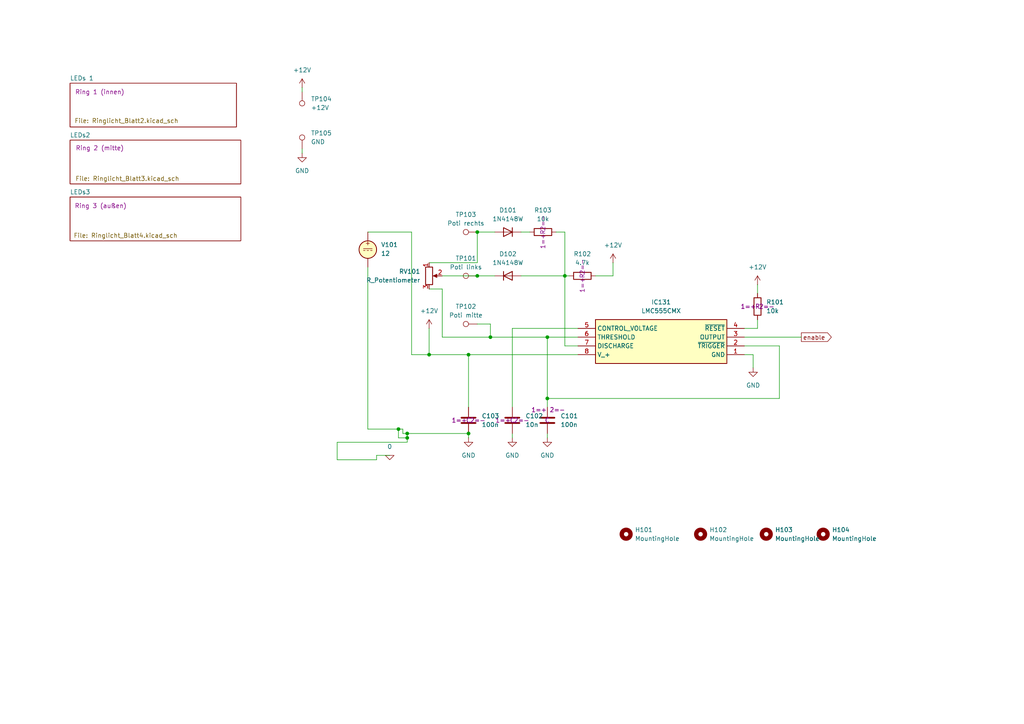
<source format=kicad_sch>
(kicad_sch (version 20250114) (generator "eeschema") (generator_version "9.0")
  (paper "A4")
  (lib_symbols
    (symbol "Connector:TestPoint" (pin_numbers (hide yes)) (pin_names (offset 0.762) (hide yes))
      (property "Reference" "TP" (at 0 6.858 0))
      (property "Value" "TestPoint" (at 0 5.08 0))
      (symbol "TestPoint_0_1"
        (circle (center 0 3.302) (radius 0.762))
      )
      (symbol "TestPoint_1_1"
        (pin passive line (at 0 0 90) (length 2.54) (name "1") (number "1"))
      )
    )
    (symbol "Device:C" (pin_numbers (hide yes)) (pin_names (offset 0.254))
      (property "Reference" "C" (at 0.635 2.54 0))
      (property "Value" "C" (at 0.635 -2.54 0))
      (symbol "C_0_1"
        (polyline (pts (xy -2.032 0.762) (xy 2.032 0.762)) (stroke (width 0.508)))
        (polyline (pts (xy -2.032 -0.762) (xy 2.032 -0.762)) (stroke (width 0.508)))
      )
      (symbol "C_1_1"
        (pin passive line (at 0 3.81 270) (length 2.794) (name "~") (number "1"))
        (pin passive line (at 0 -3.81 90) (length 2.794) (name "~") (number "2"))
      )
    )
    (symbol "Device:R" (pin_numbers (hide yes)) (pin_names (offset 0))
      (property "Reference" "R" (at 2.032 0 90))
      (property "Value" "R" (at 0 0 90))
      (symbol "R_0_1"
        (rectangle (start -1.016 -2.54) (end 1.016 2.54) (stroke (width 0.254)))
      )
      (symbol "R_1_1"
        (pin passive line (at 0 3.81 270) (length 1.27) (name "~") (number "1"))
        (pin passive line (at 0 -3.81 90) (length 1.27) (name "~") (number "2"))
      )
    )
    (symbol "Device:R_Potentiometer" (pin_names (offset 1.016) (hide yes))
      (property "Reference" "RV" (at -4.445 0 90))
      (property "Value" "R_Potentiometer" (at -2.54 0 90))
      (symbol "R_Potentiometer_0_1"
        (rectangle (start 1.016 2.54) (end -1.016 -2.54) (stroke (width 0.254)))
        (polyline (pts (xy 1.143 0) (xy 2.286 0.508) (xy 2.286 -0.508) (xy 1.143 0)) (fill (type outline)))
        (polyline (pts (xy 2.54 0) (xy 1.524 0)))
      )
      (symbol "R_Potentiometer_1_1"
        (pin passive line (at 0 3.81 270) (length 1.27) (name "1") (number "1"))
        (pin passive line (at 0 -3.81 90) (length 1.27) (name "3") (number "3"))
        (pin passive line (at 3.81 0 180) (length 1.27) (name "2") (number "2"))
      )
    )
    (symbol "Diode:1N4148W" (pin_numbers (hide yes)) (pin_names (hide yes))
      (property "Reference" "D" (at 0 2.54 0))
      (property "Value" "1N4148W" (at 0 -2.54 0))
      (symbol "1N4148W_0_1"
        (polyline (pts (xy -1.27 1.27) (xy -1.27 -1.27)) (stroke (width 0.254)))
        (polyline (pts (xy 1.27 1.27) (xy 1.27 -1.27) (xy -1.27 0) (xy 1.27 1.27)) (stroke (width 0.254)))
        (polyline (pts (xy 1.27 0) (xy -1.27 0)))
      )
      (symbol "1N4148W_1_1"
        (pin passive line (at -3.81 0 0) (length 2.54) (name "K") (number "1"))
        (pin passive line (at 3.81 0 180) (length 2.54) (name "A") (number "2"))
      )
    )
    (symbol "Mechanical:MountingHole" (pin_names (offset 1.016)) (exclude_from_sim yes) (in_bom no)
      (property "Reference" "H" (at 0 5.08 0))
      (property "Value" "MountingHole" (at 0 3.175 0))
      (symbol "MountingHole_0_1"
        (circle (center 0 0) (radius 1.27) (stroke (width 1.27)))
      )
    )
    (symbol "Simulation_SPICE:0" (power) (pin_numbers (hide yes)) (pin_names (offset 0) (hide yes))
      (property "Value" "0" (at 0 -2.54 0))
      (symbol "0_0_1"
        (polyline (pts (xy -1.27 0) (xy 0 -1.27) (xy 1.27 0) (xy -1.27 0)))
      )
      (symbol "0_1_1"
        (pin power_in line (at 0 0 0) (length 0) (name "~") (number "1"))
      )
    )
    (symbol "Simulation_SPICE:VDC" (pin_numbers (hide yes)) (pin_names (offset 0.0254))
      (property "Reference" "V" (at 2.54 2.54 0))
      (property "Value" "1" (at 2.54 0 0))
      (symbol "VDC_0_0"
        (polyline (pts (xy -1.27 0.254) (xy 1.27 0.254)))
        (polyline (pts (xy -0.762 -0.254) (xy -1.27 -0.254)))
        (polyline (pts (xy 0.254 -0.254) (xy -0.254 -0.254)))
        (polyline (pts (xy 1.27 -0.254) (xy 0.762 -0.254)))
        (text "+" (at 0 1.905 0) (effects (font (size 1.27 1.27))))
      )
      (symbol "VDC_0_1"
        (circle (center 0 0) (radius 2.54) (stroke (width 0.254)) (fill (type background)))
      )
      (symbol "VDC_1_1"
        (pin passive line (at 0 5.08 270) (length 2.54) (name "~") (number "1"))
        (pin passive line (at 0 -5.08 90) (length 2.54) (name "~") (number "2"))
      )
    )
    (symbol "Treiber:LMC555CMX"
      (property "Reference" "IC" (at 44.45 7.62 0))
      (property "Value" "LMC555CMX" (at 44.45 5.08 0))
      (symbol "LMC555CMX_1_1"
        (rectangle (start 5.08 2.54) (end 43.18 -10.16) (stroke (width 0.254)) (fill (type background)))
        (pin passive line (at 0 0 0) (length 5.08) (name "GND") (number "1"))
        (pin passive line (at 0 -2.54 0) (length 5.08) (name "~{TRIGGER}") (number "2"))
        (pin passive line (at 0 -5.08 0) (length 5.08) (name "OUTPUT") (number "3"))
        (pin passive line (at 0 -7.62 0) (length 5.08) (name "~{RESET}") (number "4"))
        (pin passive line (at 48.26 0 180) (length 5.08) (name "V_+") (number "8"))
        (pin passive line (at 48.26 -2.54 180) (length 5.08) (name "DISCHARGE") (number "7"))
        (pin passive line (at 48.26 -5.08 180) (length 5.08) (name "THRESHOLD") (number "6"))
        (pin passive line (at 48.26 -7.62 180) (length 5.08) (name "CONTROL_VOLTAGE") (number "5"))
      )
    )
    (symbol "power:+12V" (power) (pin_numbers (hide yes)) (pin_names (offset 0) (hide yes))
      (property "Value" "+12V" (at 0 3.556 0))
      (symbol "+12V_0_1"
        (polyline (pts (xy -0.762 1.27) (xy 0 2.54)))
        (polyline (pts (xy 0 2.54) (xy 0.762 1.27)))
        (polyline (pts (xy 0 0) (xy 0 2.54)))
      )
      (symbol "+12V_1_1"
        (pin power_in line (at 0 0 90) (length 0) (name "~") (number "1"))
      )
    )
    (symbol "power:GND" (power) (pin_numbers (hide yes)) (pin_names (offset 0) (hide yes))
      (property "Value" "GND" (at 0 -3.81 0))
      (symbol "GND_0_1"
        (polyline (pts (xy 0 0) (xy 0 -1.27) (xy 1.27 -1.27) (xy 0 -2.54) (xy -1.27 -1.27) (xy 0 -1.27)))
      )
      (symbol "GND_1_1"
        (pin power_in line (at 0 0 270) (length 0) (name "~") (number "1"))
      )
    )
  )
  (junction (at 135.89 102.87))
  (junction (at 118.11 127))
  (junction (at 124.46 102.87))
  (junction (at 138.43 80.01))
  (junction (at 142.24 97.79))
  (junction (at 158.75 97.79))
  (junction (at 135.89 125.73))
  (junction (at 115.57 124.46))
  (junction (at 138.43 67.31))
  (junction (at 158.75 115.57))
  (junction (at 118.11 125.73))
  (junction (at 163.83 80.01))
  (wire (pts (xy 158.75 97.79) (xy 167.64 97.79)))
  (wire (pts (xy 143.51 67.31) (xy 138.43 67.31)))
  (wire (pts (xy 163.83 100.33) (xy 167.64 100.33)))
  (wire (pts (xy 215.9 102.87) (xy 218.44 102.87)))
  (wire (pts (xy 124.46 95.25) (xy 124.46 102.87)))
  (wire (pts (xy 87.63 25.4) (xy 87.63 26.67)))
  (wire (pts (xy 226.06 115.57) (xy 158.75 115.57)))
  (wire (pts (xy 142.24 93.98) (xy 142.24 97.79)))
  (wire (pts (xy 165.1 80.01) (xy 163.83 80.01)))
  (wire (pts (xy 119.38 102.87) (xy 124.46 102.87)))
  (wire (pts (xy 109.22 132.08) (xy 113.03 132.08)))
  (wire (pts (xy 118.11 127) (xy 118.11 125.73)))
  (wire (pts (xy 116.84 124.46) (xy 116.84 125.73)))
  (wire (pts (xy 138.43 76.2) (xy 138.43 67.31)))
  (wire (pts (xy 218.44 102.87) (xy 218.44 106.68)))
  (wire (pts (xy 153.67 67.31) (xy 151.13 67.31)))
  (wire (pts (xy 119.38 67.31) (xy 119.38 102.87)))
  (wire (pts (xy 219.71 95.25) (xy 215.9 95.25)))
  (wire (pts (xy 148.59 95.25) (xy 148.59 118.11)))
  (wire (pts (xy 97.79 128.27) (xy 118.11 128.27)))
  (wire (pts (xy 116.84 125.73) (xy 118.11 125.73)))
  (wire (pts (xy 97.79 133.35) (xy 97.79 128.27)))
  (wire (pts (xy 148.59 125.73) (xy 148.59 127)))
  (wire (pts (xy 158.75 125.73) (xy 158.75 127)))
  (wire (pts (xy 124.46 83.82) (xy 128.27 83.82)))
  (wire (pts (xy 226.06 100.33) (xy 226.06 115.57)))
  (wire (pts (xy 135.89 102.87) (xy 135.89 118.11)))
  (wire (pts (xy 215.9 97.79) (xy 232.41 97.79)))
  (wire (pts (xy 135.89 102.87) (xy 167.64 102.87)))
  (wire (pts (xy 163.83 67.31) (xy 161.29 67.31)))
  (wire (pts (xy 158.75 115.57) (xy 158.75 118.11)))
  (wire (pts (xy 115.57 127) (xy 118.11 127)))
  (wire (pts (xy 118.11 125.73) (xy 135.89 125.73)))
  (wire (pts (xy 138.43 80.01) (xy 128.27 80.01)))
  (wire (pts (xy 172.72 80.01) (xy 177.8 80.01)))
  (wire (pts (xy 219.71 82.55) (xy 219.71 85.09)))
  (wire (pts (xy 142.24 97.79) (xy 158.75 97.79)))
  (wire (pts (xy 143.51 80.01) (xy 138.43 80.01)))
  (wire (pts (xy 128.27 97.79) (xy 142.24 97.79)))
  (wire (pts (xy 128.27 83.82) (xy 128.27 97.79)))
  (wire (pts (xy 106.68 77.47) (xy 106.68 124.46)))
  (wire (pts (xy 106.68 67.31) (xy 119.38 67.31)))
  (wire (pts (xy 163.83 80.01) (xy 163.83 100.33)))
  (wire (pts (xy 135.89 127) (xy 135.89 125.73)))
  (wire (pts (xy 124.46 102.87) (xy 135.89 102.87)))
  (wire (pts (xy 138.43 93.98) (xy 142.24 93.98)))
  (wire (pts (xy 215.9 100.33) (xy 226.06 100.33)))
  (wire (pts (xy 177.8 80.01) (xy 177.8 76.2)))
  (wire (pts (xy 158.75 115.57) (xy 158.75 97.79)))
  (wire (pts (xy 97.79 133.35) (xy 109.22 133.35)))
  (wire (pts (xy 115.57 124.46) (xy 116.84 124.46)))
  (wire (pts (xy 219.71 92.71) (xy 219.71 95.25)))
  (wire (pts (xy 163.83 67.31) (xy 163.83 80.01)))
  (wire (pts (xy 163.83 80.01) (xy 151.13 80.01)))
  (wire (pts (xy 124.46 76.2) (xy 138.43 76.2)))
  (wire (pts (xy 109.22 133.35) (xy 109.22 132.08)))
  (wire (pts (xy 115.57 124.46) (xy 115.57 127)))
  (wire (pts (xy 87.63 44.45) (xy 87.63 43.18)))
  (wire (pts (xy 118.11 128.27) (xy 118.11 127)))
  (wire (pts (xy 106.68 124.46) (xy 115.57 124.46)))
  (wire (pts (xy 167.64 95.25) (xy 148.59 95.25)))
  (global_label "enable" (shape output) (at 232.41 97.79 0) (property "Intersheetrefs" "${INTERSHEET_REFS}" (effects (hide yes))))
  (symbol (lib_id "Connector:TestPoint") (at 138.43 80.01 90) (unit 1) (exclude_from_sim yes)
    (property "Reference" "TP101" (at 135.128 74.93 90))
    (property "Value" "Poti links" (at 135.128 77.47 90))
    (property "Footprint" "TestPoint:TestPoint_Pad_2.0x2.0mm" (effects (hide yes)))
    (property "Description" "test point" (effects (hide yes)))
  )
  (symbol (lib_id "Connector:TestPoint") (at 87.63 26.67 180) (unit 1) (exclude_from_sim yes)
    (property "Reference" "TP104" (at 90.17 28.7019 0) (effects (justify right)))
    (property "Value" "+12V" (at 90.17 31.2419 0) (effects (justify right)))
    (property "Footprint" "TestPoint:TestPoint_Pad_2.0x2.0mm" (effects (hide yes)))
    (property "Description" "test point" (effects (hide yes)))
  )
  (symbol (lib_id "power:GND") (at 158.75 127 0) (unit 1)
    (property "Reference" "#PWR0195" (effects (hide yes)))
    (property "Value" "GND" (at 158.75 132.08 0))
    (property "Description" "Power symbol creates a global label with name \"GND\" , ground" (effects (hide yes)))
  )
  (symbol (lib_id "Diode:1N4148W") (at 147.32 80.01 0) (unit 1)
    (property "Reference" "D102" (at 147.32 73.66 0))
    (property "Value" "1N4148W" (at 147.32 76.2 0))
    (property "Footprint" "Diode_SMD:D_SOD-123" (effects (hide yes)))
    (property "Datasheet" "https://www.vishay.com/docs/85748/1n4148w.pdf" (effects (hide yes)))
    (property "Description" "75V 0.15A Fast Switching Diode, SOD-123" (effects (hide yes)))
    (property "Sim.Device" "SUBCKT" (effects (hide yes)))
    (property "Sim.Pins" "1=1 2=2" (effects (hide yes)))
    (property "Sim.Library" "Lib\\TLC555.LIB" (effects (hide yes)))
    (property "Sim.Name" "1N4148" (effects (hide yes)))
  )
  (symbol (lib_id "Simulation_SPICE:0") (at 113.03 132.08 0) (unit 1)
    (property "Reference" "#GND0101" (effects (hide yes)))
    (property "Value" "0" (at 113.03 129.54 0))
    (property "Datasheet" "https://ngspice.sourceforge.io/docs/ngspice-html-manual/manual.xhtml#subsec_Circuit_elements__device" (effects (hide yes)))
    (property "Description" "0V reference potential for simulation" (effects (hide yes)))
  )
  (symbol (lib_id "power:GND") (at 148.59 127 0) (unit 1)
    (property "Reference" "#PWR0196" (effects (hide yes)))
    (property "Value" "GND" (at 148.59 132.08 0))
    (property "Description" "Power symbol creates a global label with name \"GND\" , ground" (effects (hide yes)))
  )
  (symbol (lib_id "Device:R") (at 168.91 80.01 90) (unit 1)
    (property "Reference" "R102" (at 168.91 73.66 90))
    (property "Value" "4.7k" (at 168.91 76.2 90))
    (property "Footprint" "Resistor_SMD:R_0603_1608Metric" (effects (hide yes)))
    (property "Description" "Resistor" (effects (hide yes)))
    (property "Sim.Device" "R" (at 168.91 80.01 0))
    (property "Sim.Pins" "1=+ 2=-" (at 168.91 80.01 0))
  )
  (symbol (lib_id "Mechanical:MountingHole") (at 238.76 154.94 0) (unit 1) (exclude_from_sim yes) (in_bom no)
    (property "Reference" "H104" (at 241.3 153.6699 0) (effects (justify left)))
    (property "Value" "MountingHole" (at 241.3 156.2099 0) (effects (justify left)))
    (property "Footprint" "MountingHole:MountingHole_2.1mm" (effects (hide yes)))
    (property "Description" "Mounting Hole without connection" (effects (hide yes)))
  )
  (symbol (lib_id "Mechanical:MountingHole") (at 203.2 154.94 0) (unit 1) (exclude_from_sim yes) (in_bom no)
    (property "Reference" "H102" (at 205.74 153.6699 0) (effects (justify left)))
    (property "Value" "MountingHole" (at 205.74 156.2099 0) (effects (justify left)))
    (property "Footprint" "MountingHole:MountingHole_2.1mm" (effects (hide yes)))
    (property "Description" "Mounting Hole without connection" (effects (hide yes)))
  )
  (symbol (lib_id "Device:C") (at 148.59 121.92 0) (unit 1)
    (property "Reference" "C102" (at 152.4 120.6499 0) (effects (justify left)))
    (property "Value" "10n" (at 152.4 123.1899 0) (effects (justify left)))
    (property "Footprint" "Capacitor_SMD:C_0603_1608Metric" (effects (hide yes)))
    (property "Description" "Unpolarized capacitor" (effects (hide yes)))
    (property "Sim.Device" "C" (at 148.59 121.92 0))
    (property "Sim.Pins" "1=+ 2=-" (at 148.59 121.92 0))
  )
  (symbol (lib_id "Device:R") (at 157.48 67.31 90) (unit 1)
    (property "Reference" "R103" (at 157.48 60.96 90))
    (property "Value" "10k" (at 157.48 63.5 90))
    (property "Footprint" "Resistor_SMD:R_0603_1608Metric" (effects (hide yes)))
    (property "Description" "Resistor" (effects (hide yes)))
    (property "Sim.Device" "R" (at 157.48 67.31 0))
    (property "Sim.Pins" "1=+ 2=-" (at 157.48 67.31 0))
  )
  (symbol (lib_id "Mechanical:MountingHole") (at 222.25 154.94 0) (unit 1) (exclude_from_sim yes) (in_bom no)
    (property "Reference" "H103" (at 224.79 153.6699 0) (effects (justify left)))
    (property "Value" "MountingHole" (at 224.79 156.2099 0) (effects (justify left)))
    (property "Footprint" "MountingHole:MountingHole_2.1mm" (effects (hide yes)))
    (property "Description" "Mounting Hole without connection" (effects (hide yes)))
  )
  (symbol (lib_id "power:+12V") (at 124.46 95.25 0) (unit 1)
    (property "Reference" "#PWR0194" (effects (hide yes)))
    (property "Value" "+12V" (at 124.46 90.17 0))
    (property "Description" "Power symbol creates a global label with name \"+12V\"" (effects (hide yes)))
  )
  (symbol (lib_id "Simulation_SPICE:VDC") (at 106.68 72.39 0) (unit 1)
    (property "Reference" "V101" (at 110.49 70.9901 0) (effects (justify left)))
    (property "Value" "12" (at 110.49 73.5301 0) (effects (justify left)))
    (property "Datasheet" "https://ngspice.sourceforge.io/docs/ngspice-html-manual/manual.xhtml#sec_Independent_Sources_for" (effects (hide yes)))
    (property "Description" "Voltage source, DC" (effects (hide yes)))
    (property "Sim.Pins" "1=+ 2=-" (effects (hide yes)))
    (property "Sim.Type" "DC" (effects (hide yes)))
    (property "Sim.Device" "V" (effects (hide yes)))
  )
  (symbol (lib_id "power:+12V") (at 219.71 82.55 0) (unit 1)
    (property "Reference" "#PWR0198" (effects (hide yes)))
    (property "Value" "+12V" (at 219.71 77.47 0))
    (property "Description" "Power symbol creates a global label with name \"+12V\"" (effects (hide yes)))
  )
  (symbol (lib_id "Mechanical:MountingHole") (at 181.61 154.94 0) (unit 1) (exclude_from_sim yes) (in_bom no)
    (property "Reference" "H101" (at 184.15 153.6699 0) (effects (justify left)))
    (property "Value" "MountingHole" (at 184.15 156.2099 0) (effects (justify left)))
    (property "Footprint" "MountingHole:MountingHole_2.1mm" (effects (hide yes)))
    (property "Description" "Mounting Hole without connection" (effects (hide yes)))
  )
  (symbol (lib_id "Connector:TestPoint") (at 138.43 67.31 90) (unit 1) (exclude_from_sim yes)
    (property "Reference" "TP103" (at 135.128 62.23 90))
    (property "Value" "Poti rechts" (at 135.128 64.77 90))
    (property "Footprint" "TestPoint:TestPoint_Pad_2.0x2.0mm" (effects (hide yes)))
    (property "Description" "test point" (effects (hide yes)))
  )
  (symbol (lib_id "power:+12V") (at 177.8 76.2 0) (unit 1)
    (property "Reference" "#PWR0199" (effects (hide yes)))
    (property "Value" "+12V" (at 177.8 71.12 0))
    (property "Description" "Power symbol creates a global label with name \"+12V\"" (effects (hide yes)))
  )
  (symbol (lib_id "Diode:1N4148W") (at 147.32 67.31 180) (unit 1)
    (property "Reference" "D101" (at 147.32 60.96 0))
    (property "Value" "1N4148W" (at 147.32 63.5 0))
    (property "Footprint" "Diode_SMD:D_SOD-123" (effects (hide yes)))
    (property "Datasheet" "https://www.vishay.com/docs/85748/1n4148w.pdf" (effects (hide yes)))
    (property "Description" "75V 0.15A Fast Switching Diode, SOD-123" (effects (hide yes)))
    (property "Sim.Device" "SUBCKT" (effects (hide yes)))
    (property "Sim.Pins" "1=1 2=2" (effects (hide yes)))
    (property "Sim.Library" "Lib\\TLC555.LIB" (effects (hide yes)))
    (property "Sim.Name" "1N4148" (effects (hide yes)))
  )
  (symbol (lib_id "Device:R") (at 219.71 88.9 0) (unit 1)
    (property "Reference" "R101" (at 222.25 87.6299 0) (effects (justify left)))
    (property "Value" "10k" (at 222.25 90.1699 0) (effects (justify left)))
    (property "Footprint" "Resistor_SMD:R_0603_1608Metric" (effects (hide yes)))
    (property "Description" "Resistor" (effects (hide yes)))
    (property "Sim.Device" "R" (at 219.71 88.9 0))
    (property "Sim.Pins" "1=+ 2=-" (at 219.71 88.9 0))
  )
  (symbol (lib_id "power:+12V") (at 87.63 25.4 0) (unit 1)
    (property "Reference" "#PWR0191" (effects (hide yes)))
    (property "Value" "+12V" (at 87.63 20.32 0))
    (property "Description" "Power symbol creates a global label with name \"+12V\"" (effects (hide yes)))
  )
  (symbol (lib_id "Device:C") (at 158.75 121.92 0) (unit 1)
    (property "Reference" "C101" (at 162.56 120.6499 0) (effects (justify left)))
    (property "Value" "100n" (at 162.56 123.1899 0) (effects (justify left)))
    (property "Footprint" "Capacitor_SMD:C_0603_1608Metric" (effects (hide yes)))
    (property "Description" "Unpolarized capacitor" (effects (hide yes)))
    (property "Sim.Device" "C" (at 158.75 121.92 0))
    (property "Sim.Pins" "1=+ 2=-" (at 159.004 118.872 0))
  )
  (symbol (lib_id "Device:C") (at 135.89 121.92 0) (unit 1)
    (property "Reference" "C103" (at 139.7 120.6499 0) (effects (justify left)))
    (property "Value" "100n" (at 139.7 123.1899 0) (effects (justify left)))
    (property "Footprint" "Capacitor_SMD:C_0603_1608Metric" (effects (hide yes)))
    (property "Description" "Unpolarized capacitor" (effects (hide yes)))
    (property "Sim.Device" "C" (at 135.89 121.92 0))
    (property "Sim.Pins" "1=+ 2=-" (at 135.89 121.92 0))
  )
  (symbol (lib_id "power:GND") (at 218.44 106.68 0) (unit 1)
    (property "Reference" "#PWR0193" (effects (hide yes)))
    (property "Value" "GND" (at 218.44 111.76 0))
    (property "Description" "Power symbol creates a global label with name \"GND\" , ground" (effects (hide yes)))
  )
  (symbol (lib_id "power:GND") (at 135.89 127 0) (unit 1)
    (property "Reference" "#PWR0197" (effects (hide yes)))
    (property "Value" "GND" (at 135.89 132.08 0))
    (property "Description" "Power symbol creates a global label with name \"GND\" , ground" (effects (hide yes)))
  )
  (symbol (lib_id "Treiber:LMC555CMX") (at 215.9 102.87 180) (unit 1)
    (property "Reference" "IC131" (at 191.77 87.63 0))
    (property "Value" "LMC555CMX" (at 191.77 90.17 0))
    (property "Footprint" "SOIC127P600X175-8N" (effects (hide yes)))
    (property "Datasheet" "https://www.ti.com/lit/ds/symlink/lmc555.pdf?ts=1600257952630&ref_url=https%253A%252F%252Fwww.ti.com%252Fsitesearch%252Fdocs%252Funiversalsearch.tsp%253FsearchTerm%253DLMC555CMX" (effects (hide yes)))
    (property "Description" "Standard Timer Single -40C 85C 8-Pin SOIC T/R" (effects (hide yes)))
    (property "Height" "1.75" (effects (hide yes)))
    (property "Mouser Part Number" "926-LMC555CMX" (effects (hide yes)))
    (property "Mouser Price/Stock" "https://www.mouser.co.uk/ProductDetail/Texas-Instruments/LMC555CMX?qs=QbsRYf82W3Ha3wYaSJZP9Q%3D%3D" (effects (hide yes)))
    (property "Manufacturer_Name" "Texas Instruments" (effects (hide yes)))
    (property "Manufacturer_Part_Number" "LMC555CMX" (effects (hide yes)))
    (property "Sim.Library" "Lib\\TLC555.LIB" (effects (hide yes)))
    (property "Sim.Name" "TLC555" (effects (hide yes)))
    (property "Sim.Device" "SUBCKT" (effects (hide yes)))
    (property "Sim.Pins" "1=GND 2=TRIG 3=OUT 4=RESET 5=CONT 6=THRES 7=DISC 8=VCC" (effects (hide yes)))
  )
  (symbol (lib_id "power:GND") (at 87.63 44.45 0) (unit 1)
    (property "Reference" "#PWR0192" (effects (hide yes)))
    (property "Value" "GND" (at 87.63 49.53 0))
    (property "Description" "Power symbol creates a global label with name \"GND\" , ground" (effects (hide yes)))
  )
  (symbol (lib_id "Connector:TestPoint") (at 138.43 93.98 90) (unit 1) (exclude_from_sim yes)
    (property "Reference" "TP102" (at 135.128 88.9 90))
    (property "Value" "Poti mitte" (at 135.128 91.44 90))
    (property "Footprint" "TestPoint:TestPoint_Pad_2.0x2.0mm" (effects (hide yes)))
    (property "Description" "test point" (effects (hide yes)))
  )
  (symbol (lib_id "Device:R_Potentiometer") (at 124.46 80.01 0) (unit 1)
    (property "Reference" "RV101" (at 121.92 78.7399 0) (effects (justify right)))
    (property "Value" "R_Potentiometer" (at 121.92 81.2799 0) (effects (justify right)))
    (property "Footprint" "Potentiometer_SMD:Potentiometer_Bourns_3214W_Vertical" (effects (hide yes)))
    (property "Description" "Potentiometer" (effects (hide yes)))
    (property "Sim.Device" "R" (effects (hide yes)))
    (property "Sim.Type" "POT" (effects (hide yes)))
    (property "Sim.Pins" "1=r0 2=wiper 3=r1" (effects (hide yes)))
    (property "Sim.Params" "r=10k pos=00.001" (effects (hide yes)))
  )
  (symbol (lib_id "Connector:TestPoint") (at 87.63 43.18 0) (unit 1) (exclude_from_sim yes)
    (property "Reference" "TP105" (at 90.17 38.6079 0) (effects (justify left)))
    (property "Value" "GND" (at 90.17 41.1479 0) (effects (justify left)))
    (property "Footprint" "TestPoint:TestPoint_Pad_2.0x2.0mm" (effects (hide yes)))
    (property "Description" "test point" (effects (hide yes)))
  )
  (sheet (at 20.32 57.15) (size 49.53 12.7) (stroke (width 0.1524))
    (property "Sheetname" "LEDs3" (at 20.32 56.4384 0) (effects (justify left bottom)))
    (property "Sheetfile" "Ringlicht_Blatt4.kicad_sch" (at 21.336 67.564 0) (effects (justify left top)))
    (property "Field2" "Ring 3 (außen)" (at 29.21 59.69 0))
  )
  (sheet (at 20.32 40.64) (size 49.53 12.7) (stroke (width 0.1524))
    (property "Sheetname" "LEDs2" (at 20.32 39.9284 0) (effects (justify left bottom)))
    (property "Sheetfile" "Ringlicht_Blatt3.kicad_sch" (at 21.844 51.054 0) (effects (justify left top)))
    (property "Field2" "Ring 2 (mitte)" (at 28.956 42.926 0))
  )
  (sheet (at 20.32 24.13) (size 48.26 12.7) (stroke (width 0.1524))
    (property "Sheetname" "LEDs 1" (at 20.32 23.4184 0) (effects (justify left bottom)))
    (property "Sheetfile" "Ringlicht_Blatt2.kicad_sch" (at 21.59 34.29 0) (effects (justify left top)))
    (property "Field2" "Ring 1 (innen)" (at 28.956 26.67 0))
  )
)
</source>
